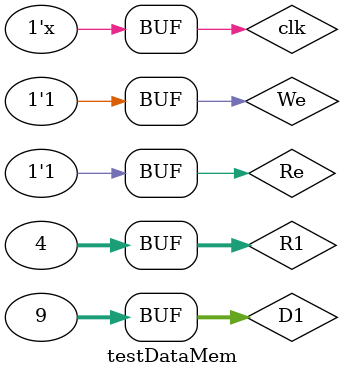
<source format=v>
module dataMem(R1,D1,We,Re,clk,O1); // 5 i/p , 1 o/p

input [31:0] R1; //address '32 bits 
input[31:0] D1; // data to be saved '32 bits
input We,Re;
input clk;

output reg [31:0] O1; //output data from R1 '32 bits

reg [7:0] index[0:255]; // first is number of mem size , second is number of memvalues


always @*
begin

if(Re)
begin
O1 <= { index[R1] , index[R1+1], index[R1+2] ,index[R1+3] };
end


else if(We)
begin
index[R1]   <= D1[31:24];
index[R1+1] <= D1[23:16];
index[R1+2] <= D1[15:8];
index[R1+3] <= D1[7:0];
end

end

integer i;
initial
begin
for (i = 0 ; i < 256 ; i = i+1)
#5
index[i] = 0;
end


endmodule 

module testDataMem; //inputs are reg - 2 i/p , 7 o/p

 reg [31:0] R1; //address '32 bits 
 
 reg[31:0] D1; // data to be saved '32 bits
 reg We,Re;
 reg clk;

 wire [31:0] in1; //output data from R1'32 bits


always
begin
#1 clk = ~ clk;  
end



initial
begin

$monitor($time, "  R1:%d , D1=%d , We=%d, Re=%d, clk=%d, out1=%d",R1,D1,We,Re,clk,in1);


#1
clk = 0;
We =1;
D1  = 7;
R1 = 4; 

#2
R1 = 8;
D1 = 9;



#4
R1 = 4;
Re = 1;




end

dataMem Mem1(R1,D1,We,Re,clk,in1);
endmodule

</source>
